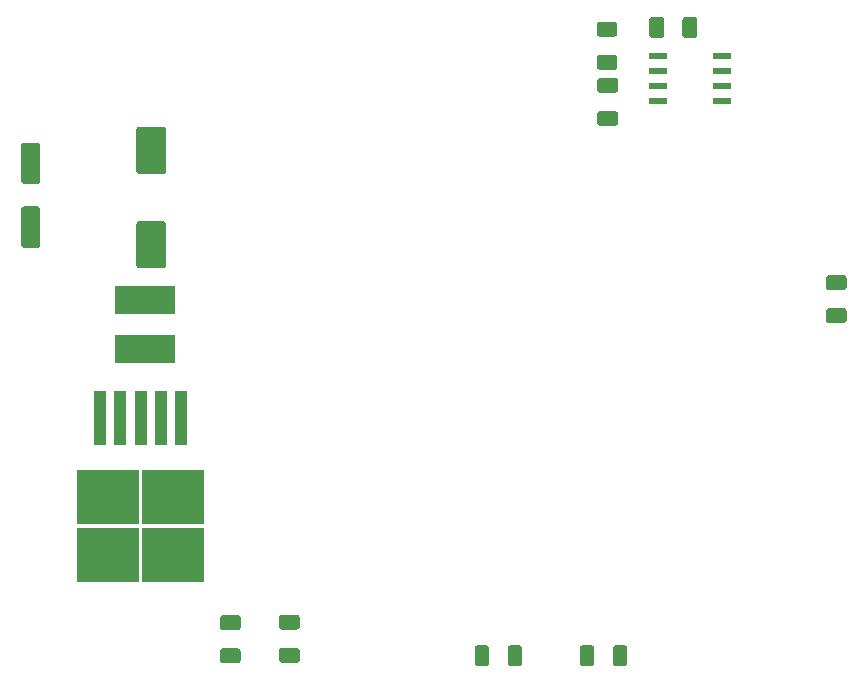
<source format=gtp>
G04 #@! TF.GenerationSoftware,KiCad,Pcbnew,5.0.2-bee76a0~70~ubuntu18.04.1*
G04 #@! TF.CreationDate,2019-05-07T17:56:58+05:30*
G04 #@! TF.ProjectId,motbox_with_promini,6d6f7462-6f78-45f7-9769-74685f70726f,rev?*
G04 #@! TF.SameCoordinates,Original*
G04 #@! TF.FileFunction,Paste,Top*
G04 #@! TF.FilePolarity,Positive*
%FSLAX46Y46*%
G04 Gerber Fmt 4.6, Leading zero omitted, Abs format (unit mm)*
G04 Created by KiCad (PCBNEW 5.0.2-bee76a0~70~ubuntu18.04.1) date Tue May  7 17:56:58 2019*
%MOMM*%
%LPD*%
G01*
G04 APERTURE LIST*
%ADD10R,1.550000X0.600000*%
%ADD11R,1.100000X4.600000*%
%ADD12R,5.250000X4.550000*%
%ADD13C,0.100000*%
%ADD14C,2.500000*%
%ADD15C,1.600000*%
%ADD16R,5.100000X2.350000*%
%ADD17C,1.250000*%
G04 APERTURE END LIST*
D10*
G04 #@! TO.C,U2*
X155600000Y-39190000D03*
X155600000Y-40460000D03*
X155600000Y-41730000D03*
X155600000Y-43000000D03*
X161000000Y-43000000D03*
X161000000Y-41730000D03*
X161000000Y-40460000D03*
X161000000Y-39190000D03*
G04 #@! TD*
D11*
G04 #@! TO.C,U1*
X115200000Y-69850000D03*
X113500000Y-69850000D03*
X111800000Y-69850000D03*
X110100000Y-69850000D03*
X108400000Y-69850000D03*
D12*
X109025000Y-81425000D03*
X114575000Y-76575000D03*
X114575000Y-81425000D03*
X109025000Y-76575000D03*
G04 #@! TD*
D13*
G04 #@! TO.C,C2*
G36*
X113724504Y-45201204D02*
X113748773Y-45204804D01*
X113772571Y-45210765D01*
X113795671Y-45219030D01*
X113817849Y-45229520D01*
X113838893Y-45242133D01*
X113858598Y-45256747D01*
X113876777Y-45273223D01*
X113893253Y-45291402D01*
X113907867Y-45311107D01*
X113920480Y-45332151D01*
X113930970Y-45354329D01*
X113939235Y-45377429D01*
X113945196Y-45401227D01*
X113948796Y-45425496D01*
X113950000Y-45450000D01*
X113950000Y-48950000D01*
X113948796Y-48974504D01*
X113945196Y-48998773D01*
X113939235Y-49022571D01*
X113930970Y-49045671D01*
X113920480Y-49067849D01*
X113907867Y-49088893D01*
X113893253Y-49108598D01*
X113876777Y-49126777D01*
X113858598Y-49143253D01*
X113838893Y-49157867D01*
X113817849Y-49170480D01*
X113795671Y-49180970D01*
X113772571Y-49189235D01*
X113748773Y-49195196D01*
X113724504Y-49198796D01*
X113700000Y-49200000D01*
X111700000Y-49200000D01*
X111675496Y-49198796D01*
X111651227Y-49195196D01*
X111627429Y-49189235D01*
X111604329Y-49180970D01*
X111582151Y-49170480D01*
X111561107Y-49157867D01*
X111541402Y-49143253D01*
X111523223Y-49126777D01*
X111506747Y-49108598D01*
X111492133Y-49088893D01*
X111479520Y-49067849D01*
X111469030Y-49045671D01*
X111460765Y-49022571D01*
X111454804Y-48998773D01*
X111451204Y-48974504D01*
X111450000Y-48950000D01*
X111450000Y-45450000D01*
X111451204Y-45425496D01*
X111454804Y-45401227D01*
X111460765Y-45377429D01*
X111469030Y-45354329D01*
X111479520Y-45332151D01*
X111492133Y-45311107D01*
X111506747Y-45291402D01*
X111523223Y-45273223D01*
X111541402Y-45256747D01*
X111561107Y-45242133D01*
X111582151Y-45229520D01*
X111604329Y-45219030D01*
X111627429Y-45210765D01*
X111651227Y-45204804D01*
X111675496Y-45201204D01*
X111700000Y-45200000D01*
X113700000Y-45200000D01*
X113724504Y-45201204D01*
X113724504Y-45201204D01*
G37*
D14*
X112700000Y-47200000D03*
D13*
G36*
X113724504Y-53201204D02*
X113748773Y-53204804D01*
X113772571Y-53210765D01*
X113795671Y-53219030D01*
X113817849Y-53229520D01*
X113838893Y-53242133D01*
X113858598Y-53256747D01*
X113876777Y-53273223D01*
X113893253Y-53291402D01*
X113907867Y-53311107D01*
X113920480Y-53332151D01*
X113930970Y-53354329D01*
X113939235Y-53377429D01*
X113945196Y-53401227D01*
X113948796Y-53425496D01*
X113950000Y-53450000D01*
X113950000Y-56950000D01*
X113948796Y-56974504D01*
X113945196Y-56998773D01*
X113939235Y-57022571D01*
X113930970Y-57045671D01*
X113920480Y-57067849D01*
X113907867Y-57088893D01*
X113893253Y-57108598D01*
X113876777Y-57126777D01*
X113858598Y-57143253D01*
X113838893Y-57157867D01*
X113817849Y-57170480D01*
X113795671Y-57180970D01*
X113772571Y-57189235D01*
X113748773Y-57195196D01*
X113724504Y-57198796D01*
X113700000Y-57200000D01*
X111700000Y-57200000D01*
X111675496Y-57198796D01*
X111651227Y-57195196D01*
X111627429Y-57189235D01*
X111604329Y-57180970D01*
X111582151Y-57170480D01*
X111561107Y-57157867D01*
X111541402Y-57143253D01*
X111523223Y-57126777D01*
X111506747Y-57108598D01*
X111492133Y-57088893D01*
X111479520Y-57067849D01*
X111469030Y-57045671D01*
X111460765Y-57022571D01*
X111454804Y-56998773D01*
X111451204Y-56974504D01*
X111450000Y-56950000D01*
X111450000Y-53450000D01*
X111451204Y-53425496D01*
X111454804Y-53401227D01*
X111460765Y-53377429D01*
X111469030Y-53354329D01*
X111479520Y-53332151D01*
X111492133Y-53311107D01*
X111506747Y-53291402D01*
X111523223Y-53273223D01*
X111541402Y-53256747D01*
X111561107Y-53242133D01*
X111582151Y-53229520D01*
X111604329Y-53219030D01*
X111627429Y-53210765D01*
X111651227Y-53204804D01*
X111675496Y-53201204D01*
X111700000Y-53200000D01*
X113700000Y-53200000D01*
X113724504Y-53201204D01*
X113724504Y-53201204D01*
G37*
D14*
X112700000Y-55200000D03*
G04 #@! TD*
D13*
G04 #@! TO.C,C1*
G36*
X103074504Y-46551204D02*
X103098773Y-46554804D01*
X103122571Y-46560765D01*
X103145671Y-46569030D01*
X103167849Y-46579520D01*
X103188893Y-46592133D01*
X103208598Y-46606747D01*
X103226777Y-46623223D01*
X103243253Y-46641402D01*
X103257867Y-46661107D01*
X103270480Y-46682151D01*
X103280970Y-46704329D01*
X103289235Y-46727429D01*
X103295196Y-46751227D01*
X103298796Y-46775496D01*
X103300000Y-46800000D01*
X103300000Y-49800000D01*
X103298796Y-49824504D01*
X103295196Y-49848773D01*
X103289235Y-49872571D01*
X103280970Y-49895671D01*
X103270480Y-49917849D01*
X103257867Y-49938893D01*
X103243253Y-49958598D01*
X103226777Y-49976777D01*
X103208598Y-49993253D01*
X103188893Y-50007867D01*
X103167849Y-50020480D01*
X103145671Y-50030970D01*
X103122571Y-50039235D01*
X103098773Y-50045196D01*
X103074504Y-50048796D01*
X103050000Y-50050000D01*
X101950000Y-50050000D01*
X101925496Y-50048796D01*
X101901227Y-50045196D01*
X101877429Y-50039235D01*
X101854329Y-50030970D01*
X101832151Y-50020480D01*
X101811107Y-50007867D01*
X101791402Y-49993253D01*
X101773223Y-49976777D01*
X101756747Y-49958598D01*
X101742133Y-49938893D01*
X101729520Y-49917849D01*
X101719030Y-49895671D01*
X101710765Y-49872571D01*
X101704804Y-49848773D01*
X101701204Y-49824504D01*
X101700000Y-49800000D01*
X101700000Y-46800000D01*
X101701204Y-46775496D01*
X101704804Y-46751227D01*
X101710765Y-46727429D01*
X101719030Y-46704329D01*
X101729520Y-46682151D01*
X101742133Y-46661107D01*
X101756747Y-46641402D01*
X101773223Y-46623223D01*
X101791402Y-46606747D01*
X101811107Y-46592133D01*
X101832151Y-46579520D01*
X101854329Y-46569030D01*
X101877429Y-46560765D01*
X101901227Y-46554804D01*
X101925496Y-46551204D01*
X101950000Y-46550000D01*
X103050000Y-46550000D01*
X103074504Y-46551204D01*
X103074504Y-46551204D01*
G37*
D15*
X102500000Y-48300000D03*
D13*
G36*
X103074504Y-51951204D02*
X103098773Y-51954804D01*
X103122571Y-51960765D01*
X103145671Y-51969030D01*
X103167849Y-51979520D01*
X103188893Y-51992133D01*
X103208598Y-52006747D01*
X103226777Y-52023223D01*
X103243253Y-52041402D01*
X103257867Y-52061107D01*
X103270480Y-52082151D01*
X103280970Y-52104329D01*
X103289235Y-52127429D01*
X103295196Y-52151227D01*
X103298796Y-52175496D01*
X103300000Y-52200000D01*
X103300000Y-55200000D01*
X103298796Y-55224504D01*
X103295196Y-55248773D01*
X103289235Y-55272571D01*
X103280970Y-55295671D01*
X103270480Y-55317849D01*
X103257867Y-55338893D01*
X103243253Y-55358598D01*
X103226777Y-55376777D01*
X103208598Y-55393253D01*
X103188893Y-55407867D01*
X103167849Y-55420480D01*
X103145671Y-55430970D01*
X103122571Y-55439235D01*
X103098773Y-55445196D01*
X103074504Y-55448796D01*
X103050000Y-55450000D01*
X101950000Y-55450000D01*
X101925496Y-55448796D01*
X101901227Y-55445196D01*
X101877429Y-55439235D01*
X101854329Y-55430970D01*
X101832151Y-55420480D01*
X101811107Y-55407867D01*
X101791402Y-55393253D01*
X101773223Y-55376777D01*
X101756747Y-55358598D01*
X101742133Y-55338893D01*
X101729520Y-55317849D01*
X101719030Y-55295671D01*
X101710765Y-55272571D01*
X101704804Y-55248773D01*
X101701204Y-55224504D01*
X101700000Y-55200000D01*
X101700000Y-52200000D01*
X101701204Y-52175496D01*
X101704804Y-52151227D01*
X101710765Y-52127429D01*
X101719030Y-52104329D01*
X101729520Y-52082151D01*
X101742133Y-52061107D01*
X101756747Y-52041402D01*
X101773223Y-52023223D01*
X101791402Y-52006747D01*
X101811107Y-51992133D01*
X101832151Y-51979520D01*
X101854329Y-51969030D01*
X101877429Y-51960765D01*
X101901227Y-51954804D01*
X101925496Y-51951204D01*
X101950000Y-51950000D01*
X103050000Y-51950000D01*
X103074504Y-51951204D01*
X103074504Y-51951204D01*
G37*
D15*
X102500000Y-53700000D03*
G04 #@! TD*
D16*
G04 #@! TO.C,L1*
X112200000Y-64050000D03*
X112200000Y-59900000D03*
G04 #@! TD*
D13*
G04 #@! TO.C,R1*
G36*
X171349504Y-57776204D02*
X171373773Y-57779804D01*
X171397571Y-57785765D01*
X171420671Y-57794030D01*
X171442849Y-57804520D01*
X171463893Y-57817133D01*
X171483598Y-57831747D01*
X171501777Y-57848223D01*
X171518253Y-57866402D01*
X171532867Y-57886107D01*
X171545480Y-57907151D01*
X171555970Y-57929329D01*
X171564235Y-57952429D01*
X171570196Y-57976227D01*
X171573796Y-58000496D01*
X171575000Y-58025000D01*
X171575000Y-58775000D01*
X171573796Y-58799504D01*
X171570196Y-58823773D01*
X171564235Y-58847571D01*
X171555970Y-58870671D01*
X171545480Y-58892849D01*
X171532867Y-58913893D01*
X171518253Y-58933598D01*
X171501777Y-58951777D01*
X171483598Y-58968253D01*
X171463893Y-58982867D01*
X171442849Y-58995480D01*
X171420671Y-59005970D01*
X171397571Y-59014235D01*
X171373773Y-59020196D01*
X171349504Y-59023796D01*
X171325000Y-59025000D01*
X170075000Y-59025000D01*
X170050496Y-59023796D01*
X170026227Y-59020196D01*
X170002429Y-59014235D01*
X169979329Y-59005970D01*
X169957151Y-58995480D01*
X169936107Y-58982867D01*
X169916402Y-58968253D01*
X169898223Y-58951777D01*
X169881747Y-58933598D01*
X169867133Y-58913893D01*
X169854520Y-58892849D01*
X169844030Y-58870671D01*
X169835765Y-58847571D01*
X169829804Y-58823773D01*
X169826204Y-58799504D01*
X169825000Y-58775000D01*
X169825000Y-58025000D01*
X169826204Y-58000496D01*
X169829804Y-57976227D01*
X169835765Y-57952429D01*
X169844030Y-57929329D01*
X169854520Y-57907151D01*
X169867133Y-57886107D01*
X169881747Y-57866402D01*
X169898223Y-57848223D01*
X169916402Y-57831747D01*
X169936107Y-57817133D01*
X169957151Y-57804520D01*
X169979329Y-57794030D01*
X170002429Y-57785765D01*
X170026227Y-57779804D01*
X170050496Y-57776204D01*
X170075000Y-57775000D01*
X171325000Y-57775000D01*
X171349504Y-57776204D01*
X171349504Y-57776204D01*
G37*
D17*
X170700000Y-58400000D03*
D13*
G36*
X171349504Y-60576204D02*
X171373773Y-60579804D01*
X171397571Y-60585765D01*
X171420671Y-60594030D01*
X171442849Y-60604520D01*
X171463893Y-60617133D01*
X171483598Y-60631747D01*
X171501777Y-60648223D01*
X171518253Y-60666402D01*
X171532867Y-60686107D01*
X171545480Y-60707151D01*
X171555970Y-60729329D01*
X171564235Y-60752429D01*
X171570196Y-60776227D01*
X171573796Y-60800496D01*
X171575000Y-60825000D01*
X171575000Y-61575000D01*
X171573796Y-61599504D01*
X171570196Y-61623773D01*
X171564235Y-61647571D01*
X171555970Y-61670671D01*
X171545480Y-61692849D01*
X171532867Y-61713893D01*
X171518253Y-61733598D01*
X171501777Y-61751777D01*
X171483598Y-61768253D01*
X171463893Y-61782867D01*
X171442849Y-61795480D01*
X171420671Y-61805970D01*
X171397571Y-61814235D01*
X171373773Y-61820196D01*
X171349504Y-61823796D01*
X171325000Y-61825000D01*
X170075000Y-61825000D01*
X170050496Y-61823796D01*
X170026227Y-61820196D01*
X170002429Y-61814235D01*
X169979329Y-61805970D01*
X169957151Y-61795480D01*
X169936107Y-61782867D01*
X169916402Y-61768253D01*
X169898223Y-61751777D01*
X169881747Y-61733598D01*
X169867133Y-61713893D01*
X169854520Y-61692849D01*
X169844030Y-61670671D01*
X169835765Y-61647571D01*
X169829804Y-61623773D01*
X169826204Y-61599504D01*
X169825000Y-61575000D01*
X169825000Y-60825000D01*
X169826204Y-60800496D01*
X169829804Y-60776227D01*
X169835765Y-60752429D01*
X169844030Y-60729329D01*
X169854520Y-60707151D01*
X169867133Y-60686107D01*
X169881747Y-60666402D01*
X169898223Y-60648223D01*
X169916402Y-60631747D01*
X169936107Y-60617133D01*
X169957151Y-60604520D01*
X169979329Y-60594030D01*
X170002429Y-60585765D01*
X170026227Y-60579804D01*
X170050496Y-60576204D01*
X170075000Y-60575000D01*
X171325000Y-60575000D01*
X171349504Y-60576204D01*
X171349504Y-60576204D01*
G37*
D17*
X170700000Y-61200000D03*
G04 #@! TD*
D13*
G04 #@! TO.C,R2*
G36*
X149999504Y-89126204D02*
X150023773Y-89129804D01*
X150047571Y-89135765D01*
X150070671Y-89144030D01*
X150092849Y-89154520D01*
X150113893Y-89167133D01*
X150133598Y-89181747D01*
X150151777Y-89198223D01*
X150168253Y-89216402D01*
X150182867Y-89236107D01*
X150195480Y-89257151D01*
X150205970Y-89279329D01*
X150214235Y-89302429D01*
X150220196Y-89326227D01*
X150223796Y-89350496D01*
X150225000Y-89375000D01*
X150225000Y-90625000D01*
X150223796Y-90649504D01*
X150220196Y-90673773D01*
X150214235Y-90697571D01*
X150205970Y-90720671D01*
X150195480Y-90742849D01*
X150182867Y-90763893D01*
X150168253Y-90783598D01*
X150151777Y-90801777D01*
X150133598Y-90818253D01*
X150113893Y-90832867D01*
X150092849Y-90845480D01*
X150070671Y-90855970D01*
X150047571Y-90864235D01*
X150023773Y-90870196D01*
X149999504Y-90873796D01*
X149975000Y-90875000D01*
X149225000Y-90875000D01*
X149200496Y-90873796D01*
X149176227Y-90870196D01*
X149152429Y-90864235D01*
X149129329Y-90855970D01*
X149107151Y-90845480D01*
X149086107Y-90832867D01*
X149066402Y-90818253D01*
X149048223Y-90801777D01*
X149031747Y-90783598D01*
X149017133Y-90763893D01*
X149004520Y-90742849D01*
X148994030Y-90720671D01*
X148985765Y-90697571D01*
X148979804Y-90673773D01*
X148976204Y-90649504D01*
X148975000Y-90625000D01*
X148975000Y-89375000D01*
X148976204Y-89350496D01*
X148979804Y-89326227D01*
X148985765Y-89302429D01*
X148994030Y-89279329D01*
X149004520Y-89257151D01*
X149017133Y-89236107D01*
X149031747Y-89216402D01*
X149048223Y-89198223D01*
X149066402Y-89181747D01*
X149086107Y-89167133D01*
X149107151Y-89154520D01*
X149129329Y-89144030D01*
X149152429Y-89135765D01*
X149176227Y-89129804D01*
X149200496Y-89126204D01*
X149225000Y-89125000D01*
X149975000Y-89125000D01*
X149999504Y-89126204D01*
X149999504Y-89126204D01*
G37*
D17*
X149600000Y-90000000D03*
D13*
G36*
X152799504Y-89126204D02*
X152823773Y-89129804D01*
X152847571Y-89135765D01*
X152870671Y-89144030D01*
X152892849Y-89154520D01*
X152913893Y-89167133D01*
X152933598Y-89181747D01*
X152951777Y-89198223D01*
X152968253Y-89216402D01*
X152982867Y-89236107D01*
X152995480Y-89257151D01*
X153005970Y-89279329D01*
X153014235Y-89302429D01*
X153020196Y-89326227D01*
X153023796Y-89350496D01*
X153025000Y-89375000D01*
X153025000Y-90625000D01*
X153023796Y-90649504D01*
X153020196Y-90673773D01*
X153014235Y-90697571D01*
X153005970Y-90720671D01*
X152995480Y-90742849D01*
X152982867Y-90763893D01*
X152968253Y-90783598D01*
X152951777Y-90801777D01*
X152933598Y-90818253D01*
X152913893Y-90832867D01*
X152892849Y-90845480D01*
X152870671Y-90855970D01*
X152847571Y-90864235D01*
X152823773Y-90870196D01*
X152799504Y-90873796D01*
X152775000Y-90875000D01*
X152025000Y-90875000D01*
X152000496Y-90873796D01*
X151976227Y-90870196D01*
X151952429Y-90864235D01*
X151929329Y-90855970D01*
X151907151Y-90845480D01*
X151886107Y-90832867D01*
X151866402Y-90818253D01*
X151848223Y-90801777D01*
X151831747Y-90783598D01*
X151817133Y-90763893D01*
X151804520Y-90742849D01*
X151794030Y-90720671D01*
X151785765Y-90697571D01*
X151779804Y-90673773D01*
X151776204Y-90649504D01*
X151775000Y-90625000D01*
X151775000Y-89375000D01*
X151776204Y-89350496D01*
X151779804Y-89326227D01*
X151785765Y-89302429D01*
X151794030Y-89279329D01*
X151804520Y-89257151D01*
X151817133Y-89236107D01*
X151831747Y-89216402D01*
X151848223Y-89198223D01*
X151866402Y-89181747D01*
X151886107Y-89167133D01*
X151907151Y-89154520D01*
X151929329Y-89144030D01*
X151952429Y-89135765D01*
X151976227Y-89129804D01*
X152000496Y-89126204D01*
X152025000Y-89125000D01*
X152775000Y-89125000D01*
X152799504Y-89126204D01*
X152799504Y-89126204D01*
G37*
D17*
X152400000Y-90000000D03*
G04 #@! TD*
D13*
G04 #@! TO.C,R3*
G36*
X151949504Y-39126204D02*
X151973773Y-39129804D01*
X151997571Y-39135765D01*
X152020671Y-39144030D01*
X152042849Y-39154520D01*
X152063893Y-39167133D01*
X152083598Y-39181747D01*
X152101777Y-39198223D01*
X152118253Y-39216402D01*
X152132867Y-39236107D01*
X152145480Y-39257151D01*
X152155970Y-39279329D01*
X152164235Y-39302429D01*
X152170196Y-39326227D01*
X152173796Y-39350496D01*
X152175000Y-39375000D01*
X152175000Y-40125000D01*
X152173796Y-40149504D01*
X152170196Y-40173773D01*
X152164235Y-40197571D01*
X152155970Y-40220671D01*
X152145480Y-40242849D01*
X152132867Y-40263893D01*
X152118253Y-40283598D01*
X152101777Y-40301777D01*
X152083598Y-40318253D01*
X152063893Y-40332867D01*
X152042849Y-40345480D01*
X152020671Y-40355970D01*
X151997571Y-40364235D01*
X151973773Y-40370196D01*
X151949504Y-40373796D01*
X151925000Y-40375000D01*
X150675000Y-40375000D01*
X150650496Y-40373796D01*
X150626227Y-40370196D01*
X150602429Y-40364235D01*
X150579329Y-40355970D01*
X150557151Y-40345480D01*
X150536107Y-40332867D01*
X150516402Y-40318253D01*
X150498223Y-40301777D01*
X150481747Y-40283598D01*
X150467133Y-40263893D01*
X150454520Y-40242849D01*
X150444030Y-40220671D01*
X150435765Y-40197571D01*
X150429804Y-40173773D01*
X150426204Y-40149504D01*
X150425000Y-40125000D01*
X150425000Y-39375000D01*
X150426204Y-39350496D01*
X150429804Y-39326227D01*
X150435765Y-39302429D01*
X150444030Y-39279329D01*
X150454520Y-39257151D01*
X150467133Y-39236107D01*
X150481747Y-39216402D01*
X150498223Y-39198223D01*
X150516402Y-39181747D01*
X150536107Y-39167133D01*
X150557151Y-39154520D01*
X150579329Y-39144030D01*
X150602429Y-39135765D01*
X150626227Y-39129804D01*
X150650496Y-39126204D01*
X150675000Y-39125000D01*
X151925000Y-39125000D01*
X151949504Y-39126204D01*
X151949504Y-39126204D01*
G37*
D17*
X151300000Y-39750000D03*
D13*
G36*
X151949504Y-36326204D02*
X151973773Y-36329804D01*
X151997571Y-36335765D01*
X152020671Y-36344030D01*
X152042849Y-36354520D01*
X152063893Y-36367133D01*
X152083598Y-36381747D01*
X152101777Y-36398223D01*
X152118253Y-36416402D01*
X152132867Y-36436107D01*
X152145480Y-36457151D01*
X152155970Y-36479329D01*
X152164235Y-36502429D01*
X152170196Y-36526227D01*
X152173796Y-36550496D01*
X152175000Y-36575000D01*
X152175000Y-37325000D01*
X152173796Y-37349504D01*
X152170196Y-37373773D01*
X152164235Y-37397571D01*
X152155970Y-37420671D01*
X152145480Y-37442849D01*
X152132867Y-37463893D01*
X152118253Y-37483598D01*
X152101777Y-37501777D01*
X152083598Y-37518253D01*
X152063893Y-37532867D01*
X152042849Y-37545480D01*
X152020671Y-37555970D01*
X151997571Y-37564235D01*
X151973773Y-37570196D01*
X151949504Y-37573796D01*
X151925000Y-37575000D01*
X150675000Y-37575000D01*
X150650496Y-37573796D01*
X150626227Y-37570196D01*
X150602429Y-37564235D01*
X150579329Y-37555970D01*
X150557151Y-37545480D01*
X150536107Y-37532867D01*
X150516402Y-37518253D01*
X150498223Y-37501777D01*
X150481747Y-37483598D01*
X150467133Y-37463893D01*
X150454520Y-37442849D01*
X150444030Y-37420671D01*
X150435765Y-37397571D01*
X150429804Y-37373773D01*
X150426204Y-37349504D01*
X150425000Y-37325000D01*
X150425000Y-36575000D01*
X150426204Y-36550496D01*
X150429804Y-36526227D01*
X150435765Y-36502429D01*
X150444030Y-36479329D01*
X150454520Y-36457151D01*
X150467133Y-36436107D01*
X150481747Y-36416402D01*
X150498223Y-36398223D01*
X150516402Y-36381747D01*
X150536107Y-36367133D01*
X150557151Y-36354520D01*
X150579329Y-36344030D01*
X150602429Y-36335765D01*
X150626227Y-36329804D01*
X150650496Y-36326204D01*
X150675000Y-36325000D01*
X151925000Y-36325000D01*
X151949504Y-36326204D01*
X151949504Y-36326204D01*
G37*
D17*
X151300000Y-36950000D03*
G04 #@! TD*
D13*
G04 #@! TO.C,R4*
G36*
X151999504Y-41076204D02*
X152023773Y-41079804D01*
X152047571Y-41085765D01*
X152070671Y-41094030D01*
X152092849Y-41104520D01*
X152113893Y-41117133D01*
X152133598Y-41131747D01*
X152151777Y-41148223D01*
X152168253Y-41166402D01*
X152182867Y-41186107D01*
X152195480Y-41207151D01*
X152205970Y-41229329D01*
X152214235Y-41252429D01*
X152220196Y-41276227D01*
X152223796Y-41300496D01*
X152225000Y-41325000D01*
X152225000Y-42075000D01*
X152223796Y-42099504D01*
X152220196Y-42123773D01*
X152214235Y-42147571D01*
X152205970Y-42170671D01*
X152195480Y-42192849D01*
X152182867Y-42213893D01*
X152168253Y-42233598D01*
X152151777Y-42251777D01*
X152133598Y-42268253D01*
X152113893Y-42282867D01*
X152092849Y-42295480D01*
X152070671Y-42305970D01*
X152047571Y-42314235D01*
X152023773Y-42320196D01*
X151999504Y-42323796D01*
X151975000Y-42325000D01*
X150725000Y-42325000D01*
X150700496Y-42323796D01*
X150676227Y-42320196D01*
X150652429Y-42314235D01*
X150629329Y-42305970D01*
X150607151Y-42295480D01*
X150586107Y-42282867D01*
X150566402Y-42268253D01*
X150548223Y-42251777D01*
X150531747Y-42233598D01*
X150517133Y-42213893D01*
X150504520Y-42192849D01*
X150494030Y-42170671D01*
X150485765Y-42147571D01*
X150479804Y-42123773D01*
X150476204Y-42099504D01*
X150475000Y-42075000D01*
X150475000Y-41325000D01*
X150476204Y-41300496D01*
X150479804Y-41276227D01*
X150485765Y-41252429D01*
X150494030Y-41229329D01*
X150504520Y-41207151D01*
X150517133Y-41186107D01*
X150531747Y-41166402D01*
X150548223Y-41148223D01*
X150566402Y-41131747D01*
X150586107Y-41117133D01*
X150607151Y-41104520D01*
X150629329Y-41094030D01*
X150652429Y-41085765D01*
X150676227Y-41079804D01*
X150700496Y-41076204D01*
X150725000Y-41075000D01*
X151975000Y-41075000D01*
X151999504Y-41076204D01*
X151999504Y-41076204D01*
G37*
D17*
X151350000Y-41700000D03*
D13*
G36*
X151999504Y-43876204D02*
X152023773Y-43879804D01*
X152047571Y-43885765D01*
X152070671Y-43894030D01*
X152092849Y-43904520D01*
X152113893Y-43917133D01*
X152133598Y-43931747D01*
X152151777Y-43948223D01*
X152168253Y-43966402D01*
X152182867Y-43986107D01*
X152195480Y-44007151D01*
X152205970Y-44029329D01*
X152214235Y-44052429D01*
X152220196Y-44076227D01*
X152223796Y-44100496D01*
X152225000Y-44125000D01*
X152225000Y-44875000D01*
X152223796Y-44899504D01*
X152220196Y-44923773D01*
X152214235Y-44947571D01*
X152205970Y-44970671D01*
X152195480Y-44992849D01*
X152182867Y-45013893D01*
X152168253Y-45033598D01*
X152151777Y-45051777D01*
X152133598Y-45068253D01*
X152113893Y-45082867D01*
X152092849Y-45095480D01*
X152070671Y-45105970D01*
X152047571Y-45114235D01*
X152023773Y-45120196D01*
X151999504Y-45123796D01*
X151975000Y-45125000D01*
X150725000Y-45125000D01*
X150700496Y-45123796D01*
X150676227Y-45120196D01*
X150652429Y-45114235D01*
X150629329Y-45105970D01*
X150607151Y-45095480D01*
X150586107Y-45082867D01*
X150566402Y-45068253D01*
X150548223Y-45051777D01*
X150531747Y-45033598D01*
X150517133Y-45013893D01*
X150504520Y-44992849D01*
X150494030Y-44970671D01*
X150485765Y-44947571D01*
X150479804Y-44923773D01*
X150476204Y-44899504D01*
X150475000Y-44875000D01*
X150475000Y-44125000D01*
X150476204Y-44100496D01*
X150479804Y-44076227D01*
X150485765Y-44052429D01*
X150494030Y-44029329D01*
X150504520Y-44007151D01*
X150517133Y-43986107D01*
X150531747Y-43966402D01*
X150548223Y-43948223D01*
X150566402Y-43931747D01*
X150586107Y-43917133D01*
X150607151Y-43904520D01*
X150629329Y-43894030D01*
X150652429Y-43885765D01*
X150676227Y-43879804D01*
X150700496Y-43876204D01*
X150725000Y-43875000D01*
X151975000Y-43875000D01*
X151999504Y-43876204D01*
X151999504Y-43876204D01*
G37*
D17*
X151350000Y-44500000D03*
G04 #@! TD*
D13*
G04 #@! TO.C,R5*
G36*
X141099504Y-89126204D02*
X141123773Y-89129804D01*
X141147571Y-89135765D01*
X141170671Y-89144030D01*
X141192849Y-89154520D01*
X141213893Y-89167133D01*
X141233598Y-89181747D01*
X141251777Y-89198223D01*
X141268253Y-89216402D01*
X141282867Y-89236107D01*
X141295480Y-89257151D01*
X141305970Y-89279329D01*
X141314235Y-89302429D01*
X141320196Y-89326227D01*
X141323796Y-89350496D01*
X141325000Y-89375000D01*
X141325000Y-90625000D01*
X141323796Y-90649504D01*
X141320196Y-90673773D01*
X141314235Y-90697571D01*
X141305970Y-90720671D01*
X141295480Y-90742849D01*
X141282867Y-90763893D01*
X141268253Y-90783598D01*
X141251777Y-90801777D01*
X141233598Y-90818253D01*
X141213893Y-90832867D01*
X141192849Y-90845480D01*
X141170671Y-90855970D01*
X141147571Y-90864235D01*
X141123773Y-90870196D01*
X141099504Y-90873796D01*
X141075000Y-90875000D01*
X140325000Y-90875000D01*
X140300496Y-90873796D01*
X140276227Y-90870196D01*
X140252429Y-90864235D01*
X140229329Y-90855970D01*
X140207151Y-90845480D01*
X140186107Y-90832867D01*
X140166402Y-90818253D01*
X140148223Y-90801777D01*
X140131747Y-90783598D01*
X140117133Y-90763893D01*
X140104520Y-90742849D01*
X140094030Y-90720671D01*
X140085765Y-90697571D01*
X140079804Y-90673773D01*
X140076204Y-90649504D01*
X140075000Y-90625000D01*
X140075000Y-89375000D01*
X140076204Y-89350496D01*
X140079804Y-89326227D01*
X140085765Y-89302429D01*
X140094030Y-89279329D01*
X140104520Y-89257151D01*
X140117133Y-89236107D01*
X140131747Y-89216402D01*
X140148223Y-89198223D01*
X140166402Y-89181747D01*
X140186107Y-89167133D01*
X140207151Y-89154520D01*
X140229329Y-89144030D01*
X140252429Y-89135765D01*
X140276227Y-89129804D01*
X140300496Y-89126204D01*
X140325000Y-89125000D01*
X141075000Y-89125000D01*
X141099504Y-89126204D01*
X141099504Y-89126204D01*
G37*
D17*
X140700000Y-90000000D03*
D13*
G36*
X143899504Y-89126204D02*
X143923773Y-89129804D01*
X143947571Y-89135765D01*
X143970671Y-89144030D01*
X143992849Y-89154520D01*
X144013893Y-89167133D01*
X144033598Y-89181747D01*
X144051777Y-89198223D01*
X144068253Y-89216402D01*
X144082867Y-89236107D01*
X144095480Y-89257151D01*
X144105970Y-89279329D01*
X144114235Y-89302429D01*
X144120196Y-89326227D01*
X144123796Y-89350496D01*
X144125000Y-89375000D01*
X144125000Y-90625000D01*
X144123796Y-90649504D01*
X144120196Y-90673773D01*
X144114235Y-90697571D01*
X144105970Y-90720671D01*
X144095480Y-90742849D01*
X144082867Y-90763893D01*
X144068253Y-90783598D01*
X144051777Y-90801777D01*
X144033598Y-90818253D01*
X144013893Y-90832867D01*
X143992849Y-90845480D01*
X143970671Y-90855970D01*
X143947571Y-90864235D01*
X143923773Y-90870196D01*
X143899504Y-90873796D01*
X143875000Y-90875000D01*
X143125000Y-90875000D01*
X143100496Y-90873796D01*
X143076227Y-90870196D01*
X143052429Y-90864235D01*
X143029329Y-90855970D01*
X143007151Y-90845480D01*
X142986107Y-90832867D01*
X142966402Y-90818253D01*
X142948223Y-90801777D01*
X142931747Y-90783598D01*
X142917133Y-90763893D01*
X142904520Y-90742849D01*
X142894030Y-90720671D01*
X142885765Y-90697571D01*
X142879804Y-90673773D01*
X142876204Y-90649504D01*
X142875000Y-90625000D01*
X142875000Y-89375000D01*
X142876204Y-89350496D01*
X142879804Y-89326227D01*
X142885765Y-89302429D01*
X142894030Y-89279329D01*
X142904520Y-89257151D01*
X142917133Y-89236107D01*
X142931747Y-89216402D01*
X142948223Y-89198223D01*
X142966402Y-89181747D01*
X142986107Y-89167133D01*
X143007151Y-89154520D01*
X143029329Y-89144030D01*
X143052429Y-89135765D01*
X143076227Y-89129804D01*
X143100496Y-89126204D01*
X143125000Y-89125000D01*
X143875000Y-89125000D01*
X143899504Y-89126204D01*
X143899504Y-89126204D01*
G37*
D17*
X143500000Y-90000000D03*
G04 #@! TD*
D13*
G04 #@! TO.C,R6*
G36*
X155899504Y-35926204D02*
X155923773Y-35929804D01*
X155947571Y-35935765D01*
X155970671Y-35944030D01*
X155992849Y-35954520D01*
X156013893Y-35967133D01*
X156033598Y-35981747D01*
X156051777Y-35998223D01*
X156068253Y-36016402D01*
X156082867Y-36036107D01*
X156095480Y-36057151D01*
X156105970Y-36079329D01*
X156114235Y-36102429D01*
X156120196Y-36126227D01*
X156123796Y-36150496D01*
X156125000Y-36175000D01*
X156125000Y-37425000D01*
X156123796Y-37449504D01*
X156120196Y-37473773D01*
X156114235Y-37497571D01*
X156105970Y-37520671D01*
X156095480Y-37542849D01*
X156082867Y-37563893D01*
X156068253Y-37583598D01*
X156051777Y-37601777D01*
X156033598Y-37618253D01*
X156013893Y-37632867D01*
X155992849Y-37645480D01*
X155970671Y-37655970D01*
X155947571Y-37664235D01*
X155923773Y-37670196D01*
X155899504Y-37673796D01*
X155875000Y-37675000D01*
X155125000Y-37675000D01*
X155100496Y-37673796D01*
X155076227Y-37670196D01*
X155052429Y-37664235D01*
X155029329Y-37655970D01*
X155007151Y-37645480D01*
X154986107Y-37632867D01*
X154966402Y-37618253D01*
X154948223Y-37601777D01*
X154931747Y-37583598D01*
X154917133Y-37563893D01*
X154904520Y-37542849D01*
X154894030Y-37520671D01*
X154885765Y-37497571D01*
X154879804Y-37473773D01*
X154876204Y-37449504D01*
X154875000Y-37425000D01*
X154875000Y-36175000D01*
X154876204Y-36150496D01*
X154879804Y-36126227D01*
X154885765Y-36102429D01*
X154894030Y-36079329D01*
X154904520Y-36057151D01*
X154917133Y-36036107D01*
X154931747Y-36016402D01*
X154948223Y-35998223D01*
X154966402Y-35981747D01*
X154986107Y-35967133D01*
X155007151Y-35954520D01*
X155029329Y-35944030D01*
X155052429Y-35935765D01*
X155076227Y-35929804D01*
X155100496Y-35926204D01*
X155125000Y-35925000D01*
X155875000Y-35925000D01*
X155899504Y-35926204D01*
X155899504Y-35926204D01*
G37*
D17*
X155500000Y-36800000D03*
D13*
G36*
X158699504Y-35926204D02*
X158723773Y-35929804D01*
X158747571Y-35935765D01*
X158770671Y-35944030D01*
X158792849Y-35954520D01*
X158813893Y-35967133D01*
X158833598Y-35981747D01*
X158851777Y-35998223D01*
X158868253Y-36016402D01*
X158882867Y-36036107D01*
X158895480Y-36057151D01*
X158905970Y-36079329D01*
X158914235Y-36102429D01*
X158920196Y-36126227D01*
X158923796Y-36150496D01*
X158925000Y-36175000D01*
X158925000Y-37425000D01*
X158923796Y-37449504D01*
X158920196Y-37473773D01*
X158914235Y-37497571D01*
X158905970Y-37520671D01*
X158895480Y-37542849D01*
X158882867Y-37563893D01*
X158868253Y-37583598D01*
X158851777Y-37601777D01*
X158833598Y-37618253D01*
X158813893Y-37632867D01*
X158792849Y-37645480D01*
X158770671Y-37655970D01*
X158747571Y-37664235D01*
X158723773Y-37670196D01*
X158699504Y-37673796D01*
X158675000Y-37675000D01*
X157925000Y-37675000D01*
X157900496Y-37673796D01*
X157876227Y-37670196D01*
X157852429Y-37664235D01*
X157829329Y-37655970D01*
X157807151Y-37645480D01*
X157786107Y-37632867D01*
X157766402Y-37618253D01*
X157748223Y-37601777D01*
X157731747Y-37583598D01*
X157717133Y-37563893D01*
X157704520Y-37542849D01*
X157694030Y-37520671D01*
X157685765Y-37497571D01*
X157679804Y-37473773D01*
X157676204Y-37449504D01*
X157675000Y-37425000D01*
X157675000Y-36175000D01*
X157676204Y-36150496D01*
X157679804Y-36126227D01*
X157685765Y-36102429D01*
X157694030Y-36079329D01*
X157704520Y-36057151D01*
X157717133Y-36036107D01*
X157731747Y-36016402D01*
X157748223Y-35998223D01*
X157766402Y-35981747D01*
X157786107Y-35967133D01*
X157807151Y-35954520D01*
X157829329Y-35944030D01*
X157852429Y-35935765D01*
X157876227Y-35929804D01*
X157900496Y-35926204D01*
X157925000Y-35925000D01*
X158675000Y-35925000D01*
X158699504Y-35926204D01*
X158699504Y-35926204D01*
G37*
D17*
X158300000Y-36800000D03*
G04 #@! TD*
D13*
G04 #@! TO.C,R7*
G36*
X120049504Y-89376204D02*
X120073773Y-89379804D01*
X120097571Y-89385765D01*
X120120671Y-89394030D01*
X120142849Y-89404520D01*
X120163893Y-89417133D01*
X120183598Y-89431747D01*
X120201777Y-89448223D01*
X120218253Y-89466402D01*
X120232867Y-89486107D01*
X120245480Y-89507151D01*
X120255970Y-89529329D01*
X120264235Y-89552429D01*
X120270196Y-89576227D01*
X120273796Y-89600496D01*
X120275000Y-89625000D01*
X120275000Y-90375000D01*
X120273796Y-90399504D01*
X120270196Y-90423773D01*
X120264235Y-90447571D01*
X120255970Y-90470671D01*
X120245480Y-90492849D01*
X120232867Y-90513893D01*
X120218253Y-90533598D01*
X120201777Y-90551777D01*
X120183598Y-90568253D01*
X120163893Y-90582867D01*
X120142849Y-90595480D01*
X120120671Y-90605970D01*
X120097571Y-90614235D01*
X120073773Y-90620196D01*
X120049504Y-90623796D01*
X120025000Y-90625000D01*
X118775000Y-90625000D01*
X118750496Y-90623796D01*
X118726227Y-90620196D01*
X118702429Y-90614235D01*
X118679329Y-90605970D01*
X118657151Y-90595480D01*
X118636107Y-90582867D01*
X118616402Y-90568253D01*
X118598223Y-90551777D01*
X118581747Y-90533598D01*
X118567133Y-90513893D01*
X118554520Y-90492849D01*
X118544030Y-90470671D01*
X118535765Y-90447571D01*
X118529804Y-90423773D01*
X118526204Y-90399504D01*
X118525000Y-90375000D01*
X118525000Y-89625000D01*
X118526204Y-89600496D01*
X118529804Y-89576227D01*
X118535765Y-89552429D01*
X118544030Y-89529329D01*
X118554520Y-89507151D01*
X118567133Y-89486107D01*
X118581747Y-89466402D01*
X118598223Y-89448223D01*
X118616402Y-89431747D01*
X118636107Y-89417133D01*
X118657151Y-89404520D01*
X118679329Y-89394030D01*
X118702429Y-89385765D01*
X118726227Y-89379804D01*
X118750496Y-89376204D01*
X118775000Y-89375000D01*
X120025000Y-89375000D01*
X120049504Y-89376204D01*
X120049504Y-89376204D01*
G37*
D17*
X119400000Y-90000000D03*
D13*
G36*
X120049504Y-86576204D02*
X120073773Y-86579804D01*
X120097571Y-86585765D01*
X120120671Y-86594030D01*
X120142849Y-86604520D01*
X120163893Y-86617133D01*
X120183598Y-86631747D01*
X120201777Y-86648223D01*
X120218253Y-86666402D01*
X120232867Y-86686107D01*
X120245480Y-86707151D01*
X120255970Y-86729329D01*
X120264235Y-86752429D01*
X120270196Y-86776227D01*
X120273796Y-86800496D01*
X120275000Y-86825000D01*
X120275000Y-87575000D01*
X120273796Y-87599504D01*
X120270196Y-87623773D01*
X120264235Y-87647571D01*
X120255970Y-87670671D01*
X120245480Y-87692849D01*
X120232867Y-87713893D01*
X120218253Y-87733598D01*
X120201777Y-87751777D01*
X120183598Y-87768253D01*
X120163893Y-87782867D01*
X120142849Y-87795480D01*
X120120671Y-87805970D01*
X120097571Y-87814235D01*
X120073773Y-87820196D01*
X120049504Y-87823796D01*
X120025000Y-87825000D01*
X118775000Y-87825000D01*
X118750496Y-87823796D01*
X118726227Y-87820196D01*
X118702429Y-87814235D01*
X118679329Y-87805970D01*
X118657151Y-87795480D01*
X118636107Y-87782867D01*
X118616402Y-87768253D01*
X118598223Y-87751777D01*
X118581747Y-87733598D01*
X118567133Y-87713893D01*
X118554520Y-87692849D01*
X118544030Y-87670671D01*
X118535765Y-87647571D01*
X118529804Y-87623773D01*
X118526204Y-87599504D01*
X118525000Y-87575000D01*
X118525000Y-86825000D01*
X118526204Y-86800496D01*
X118529804Y-86776227D01*
X118535765Y-86752429D01*
X118544030Y-86729329D01*
X118554520Y-86707151D01*
X118567133Y-86686107D01*
X118581747Y-86666402D01*
X118598223Y-86648223D01*
X118616402Y-86631747D01*
X118636107Y-86617133D01*
X118657151Y-86604520D01*
X118679329Y-86594030D01*
X118702429Y-86585765D01*
X118726227Y-86579804D01*
X118750496Y-86576204D01*
X118775000Y-86575000D01*
X120025000Y-86575000D01*
X120049504Y-86576204D01*
X120049504Y-86576204D01*
G37*
D17*
X119400000Y-87200000D03*
G04 #@! TD*
D13*
G04 #@! TO.C,R8*
G36*
X125049504Y-89326204D02*
X125073773Y-89329804D01*
X125097571Y-89335765D01*
X125120671Y-89344030D01*
X125142849Y-89354520D01*
X125163893Y-89367133D01*
X125183598Y-89381747D01*
X125201777Y-89398223D01*
X125218253Y-89416402D01*
X125232867Y-89436107D01*
X125245480Y-89457151D01*
X125255970Y-89479329D01*
X125264235Y-89502429D01*
X125270196Y-89526227D01*
X125273796Y-89550496D01*
X125275000Y-89575000D01*
X125275000Y-90325000D01*
X125273796Y-90349504D01*
X125270196Y-90373773D01*
X125264235Y-90397571D01*
X125255970Y-90420671D01*
X125245480Y-90442849D01*
X125232867Y-90463893D01*
X125218253Y-90483598D01*
X125201777Y-90501777D01*
X125183598Y-90518253D01*
X125163893Y-90532867D01*
X125142849Y-90545480D01*
X125120671Y-90555970D01*
X125097571Y-90564235D01*
X125073773Y-90570196D01*
X125049504Y-90573796D01*
X125025000Y-90575000D01*
X123775000Y-90575000D01*
X123750496Y-90573796D01*
X123726227Y-90570196D01*
X123702429Y-90564235D01*
X123679329Y-90555970D01*
X123657151Y-90545480D01*
X123636107Y-90532867D01*
X123616402Y-90518253D01*
X123598223Y-90501777D01*
X123581747Y-90483598D01*
X123567133Y-90463893D01*
X123554520Y-90442849D01*
X123544030Y-90420671D01*
X123535765Y-90397571D01*
X123529804Y-90373773D01*
X123526204Y-90349504D01*
X123525000Y-90325000D01*
X123525000Y-89575000D01*
X123526204Y-89550496D01*
X123529804Y-89526227D01*
X123535765Y-89502429D01*
X123544030Y-89479329D01*
X123554520Y-89457151D01*
X123567133Y-89436107D01*
X123581747Y-89416402D01*
X123598223Y-89398223D01*
X123616402Y-89381747D01*
X123636107Y-89367133D01*
X123657151Y-89354520D01*
X123679329Y-89344030D01*
X123702429Y-89335765D01*
X123726227Y-89329804D01*
X123750496Y-89326204D01*
X123775000Y-89325000D01*
X125025000Y-89325000D01*
X125049504Y-89326204D01*
X125049504Y-89326204D01*
G37*
D17*
X124400000Y-89950000D03*
D13*
G36*
X125049504Y-86526204D02*
X125073773Y-86529804D01*
X125097571Y-86535765D01*
X125120671Y-86544030D01*
X125142849Y-86554520D01*
X125163893Y-86567133D01*
X125183598Y-86581747D01*
X125201777Y-86598223D01*
X125218253Y-86616402D01*
X125232867Y-86636107D01*
X125245480Y-86657151D01*
X125255970Y-86679329D01*
X125264235Y-86702429D01*
X125270196Y-86726227D01*
X125273796Y-86750496D01*
X125275000Y-86775000D01*
X125275000Y-87525000D01*
X125273796Y-87549504D01*
X125270196Y-87573773D01*
X125264235Y-87597571D01*
X125255970Y-87620671D01*
X125245480Y-87642849D01*
X125232867Y-87663893D01*
X125218253Y-87683598D01*
X125201777Y-87701777D01*
X125183598Y-87718253D01*
X125163893Y-87732867D01*
X125142849Y-87745480D01*
X125120671Y-87755970D01*
X125097571Y-87764235D01*
X125073773Y-87770196D01*
X125049504Y-87773796D01*
X125025000Y-87775000D01*
X123775000Y-87775000D01*
X123750496Y-87773796D01*
X123726227Y-87770196D01*
X123702429Y-87764235D01*
X123679329Y-87755970D01*
X123657151Y-87745480D01*
X123636107Y-87732867D01*
X123616402Y-87718253D01*
X123598223Y-87701777D01*
X123581747Y-87683598D01*
X123567133Y-87663893D01*
X123554520Y-87642849D01*
X123544030Y-87620671D01*
X123535765Y-87597571D01*
X123529804Y-87573773D01*
X123526204Y-87549504D01*
X123525000Y-87525000D01*
X123525000Y-86775000D01*
X123526204Y-86750496D01*
X123529804Y-86726227D01*
X123535765Y-86702429D01*
X123544030Y-86679329D01*
X123554520Y-86657151D01*
X123567133Y-86636107D01*
X123581747Y-86616402D01*
X123598223Y-86598223D01*
X123616402Y-86581747D01*
X123636107Y-86567133D01*
X123657151Y-86554520D01*
X123679329Y-86544030D01*
X123702429Y-86535765D01*
X123726227Y-86529804D01*
X123750496Y-86526204D01*
X123775000Y-86525000D01*
X125025000Y-86525000D01*
X125049504Y-86526204D01*
X125049504Y-86526204D01*
G37*
D17*
X124400000Y-87150000D03*
G04 #@! TD*
M02*

</source>
